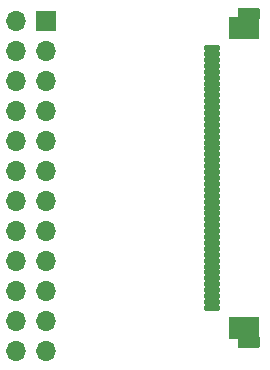
<source format=gbr>
%TF.GenerationSoftware,KiCad,Pcbnew,8.0.8*%
%TF.CreationDate,2025-04-16T08:52:23+10:00*%
%TF.ProjectId,display,64697370-6c61-4792-9e6b-696361645f70,rev?*%
%TF.SameCoordinates,Original*%
%TF.FileFunction,Soldermask,Bot*%
%TF.FilePolarity,Negative*%
%FSLAX46Y46*%
G04 Gerber Fmt 4.6, Leading zero omitted, Abs format (unit mm)*
G04 Created by KiCad (PCBNEW 8.0.8) date 2025-04-16 08:52:23*
%MOMM*%
%LPD*%
G01*
G04 APERTURE LIST*
G04 Aperture macros list*
%AMRoundRect*
0 Rectangle with rounded corners*
0 $1 Rounding radius*
0 $2 $3 $4 $5 $6 $7 $8 $9 X,Y pos of 4 corners*
0 Add a 4 corners polygon primitive as box body*
4,1,4,$2,$3,$4,$5,$6,$7,$8,$9,$2,$3,0*
0 Add four circle primitives for the rounded corners*
1,1,$1+$1,$2,$3*
1,1,$1+$1,$4,$5*
1,1,$1+$1,$6,$7*
1,1,$1+$1,$8,$9*
0 Add four rect primitives between the rounded corners*
20,1,$1+$1,$2,$3,$4,$5,0*
20,1,$1+$1,$4,$5,$6,$7,0*
20,1,$1+$1,$6,$7,$8,$9,0*
20,1,$1+$1,$8,$9,$2,$3,0*%
%AMFreePoly0*
4,1,32,-0.760963,1.306934,-0.751983,1.303214,-0.750562,1.302000,0.800000,1.302000,0.859954,1.282520,0.897008,1.231520,0.902000,1.200000,0.902000,-1.200000,0.882520,-1.259954,0.831520,-1.297008,0.800000,-1.302000,-0.800000,-1.302000,-0.859954,-1.282520,-0.897008,-1.231520,-0.902000,-1.200000,-0.902000,-0.514700,-1.600000,-0.514700,-1.639037,-0.506934,-1.648017,-0.503214,-1.695951,-0.462272,
-1.703214,-0.448017,-1.706934,-0.439037,-1.714700,-0.400000,-1.714700,1.200000,-1.706934,1.239037,-1.703214,1.248017,-1.662272,1.295951,-1.648017,1.303214,-1.639037,1.306934,-1.600000,1.314700,-0.800000,1.314700,-0.760963,1.306934,-0.760963,1.306934,$1*%
%AMFreePoly1*
4,1,32,1.639037,1.306934,1.648017,1.303214,1.695951,1.262272,1.703214,1.248017,1.706934,1.239037,1.714700,1.200000,1.714700,-0.400000,1.706934,-0.439037,1.703214,-0.448017,1.662272,-0.495951,1.648017,-0.503214,1.639037,-0.506934,1.600000,-0.514700,0.902000,-0.514700,0.902000,-1.200000,0.882520,-1.259954,0.831520,-1.297008,0.800000,-1.302000,-0.800000,-1.302000,-0.859954,-1.282520,
-0.897008,-1.231520,-0.902000,-1.200000,-0.902000,1.200000,-0.882520,1.259954,-0.831520,1.297008,-0.800000,1.302000,0.749600,1.302000,0.751983,1.303214,0.760963,1.306934,0.800000,1.314700,1.600000,1.314700,1.639037,1.306934,1.639037,1.306934,$1*%
G04 Aperture macros list end*
%ADD10C,0.025400*%
%ADD11R,1.700000X1.700000*%
%ADD12O,1.700000X1.700000*%
%ADD13RoundRect,0.080000X-0.600000X0.150000X-0.600000X-0.150000X0.600000X-0.150000X0.600000X0.150000X0*%
%ADD14FreePoly0,270.000000*%
%ADD15FreePoly1,270.000000*%
G04 APERTURE END LIST*
D10*
%TO.C,J2*%
X75897990Y-69550000D02*
X74297990Y-69550000D01*
X74297990Y-68750000D01*
X75897990Y-68750000D01*
X75897990Y-69550000D01*
G36*
X75897990Y-69550000D02*
G01*
X74297990Y-69550000D01*
X74297990Y-68750000D01*
X75897990Y-68750000D01*
X75897990Y-69550000D01*
G37*
X75899590Y-41750000D02*
X74299590Y-41750000D01*
X74299590Y-40950000D01*
X75899590Y-40950000D01*
X75899590Y-41750000D01*
G36*
X75899590Y-41750000D02*
G01*
X74299590Y-41750000D01*
X74299590Y-40950000D01*
X75899590Y-40950000D01*
X75899590Y-41750000D01*
G37*
%TD*%
D11*
%TO.C,J3*%
X58000000Y-41970000D03*
D12*
X55460000Y-41970000D03*
X58000000Y-44510000D03*
X55460000Y-44510000D03*
X58000000Y-47050000D03*
X55460000Y-47050000D03*
X58000000Y-49590000D03*
X55460000Y-49590000D03*
X58000000Y-52130000D03*
X55460000Y-52130000D03*
X58000000Y-54670000D03*
X55460000Y-54670000D03*
X58000000Y-57210000D03*
X55460000Y-57210000D03*
X58000000Y-59750000D03*
X55460000Y-59750000D03*
X58000000Y-62290000D03*
X55460000Y-62290000D03*
X58000000Y-64830000D03*
X55460000Y-64830000D03*
X58000000Y-67370000D03*
X55460000Y-67370000D03*
X58000000Y-69910000D03*
X55460000Y-69910000D03*
%TD*%
D13*
%TO.C,J2*%
X72000000Y-66250000D03*
X72000000Y-65750000D03*
X72000000Y-65250000D03*
X72000000Y-64750020D03*
X72000000Y-64250020D03*
X72000000Y-63750020D03*
X72000000Y-63250020D03*
X72000000Y-62750020D03*
X72000000Y-62250020D03*
X72000000Y-61750020D03*
X72000000Y-61250020D03*
X72000000Y-60750020D03*
X72000000Y-60250020D03*
X72000000Y-59750020D03*
X72000000Y-59250020D03*
X72000000Y-58750020D03*
X72000000Y-58250020D03*
X72000000Y-57750020D03*
X72000000Y-57250020D03*
X72000000Y-56750020D03*
X72000000Y-56250020D03*
X72000000Y-55750022D03*
X72000000Y-55250022D03*
X72000000Y-54750022D03*
X72000000Y-54250022D03*
X72000000Y-53750020D03*
X72000000Y-53250020D03*
X72000000Y-52750020D03*
X72000000Y-52250020D03*
X72000000Y-51750020D03*
X72000000Y-51250020D03*
X72000000Y-50750020D03*
X72000000Y-50250020D03*
X72000000Y-49750020D03*
X72000000Y-49250020D03*
X72000000Y-48750020D03*
X72000000Y-48250020D03*
X72000000Y-47750020D03*
X72000000Y-47250020D03*
X72000000Y-46750020D03*
X72000000Y-46250020D03*
X72000000Y-45750020D03*
X72000000Y-45250020D03*
X72000000Y-44750000D03*
X72000000Y-44250000D03*
D14*
X74699590Y-42550000D03*
D15*
X74697990Y-67950000D03*
%TD*%
M02*

</source>
